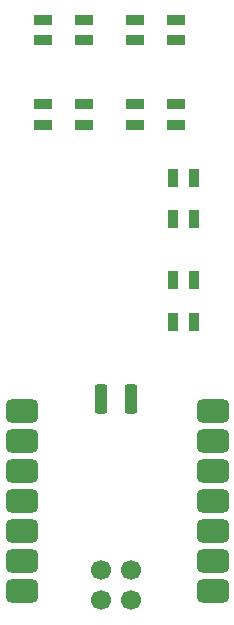
<source format=gbr>
%TF.GenerationSoftware,KiCad,Pcbnew,9.0.4*%
%TF.CreationDate,2026-01-21T00:58:39+05:30*%
%TF.ProjectId,Jayant co2 Hackpad,4a617961-6e74-4206-936f-32204861636b,rev?*%
%TF.SameCoordinates,Original*%
%TF.FileFunction,Paste,Top*%
%TF.FilePolarity,Positive*%
%FSLAX46Y46*%
G04 Gerber Fmt 4.6, Leading zero omitted, Abs format (unit mm)*
G04 Created by KiCad (PCBNEW 9.0.4) date 2026-01-21 00:58:39*
%MOMM*%
%LPD*%
G01*
G04 APERTURE LIST*
G04 Aperture macros list*
%AMRoundRect*
0 Rectangle with rounded corners*
0 $1 Rounding radius*
0 $2 $3 $4 $5 $6 $7 $8 $9 X,Y pos of 4 corners*
0 Add a 4 corners polygon primitive as box body*
4,1,4,$2,$3,$4,$5,$6,$7,$8,$9,$2,$3,0*
0 Add four circle primitives for the rounded corners*
1,1,$1+$1,$2,$3*
1,1,$1+$1,$4,$5*
1,1,$1+$1,$6,$7*
1,1,$1+$1,$8,$9*
0 Add four rect primitives between the rounded corners*
20,1,$1+$1,$2,$3,$4,$5,0*
20,1,$1+$1,$4,$5,$6,$7,0*
20,1,$1+$1,$6,$7,$8,$9,0*
20,1,$1+$1,$8,$9,$2,$3,0*%
G04 Aperture macros list end*
%ADD10R,1.600000X0.850000*%
%ADD11R,0.850000X1.600000*%
%ADD12RoundRect,0.500000X0.875000X0.500000X-0.875000X0.500000X-0.875000X-0.500000X0.875000X-0.500000X0*%
%ADD13RoundRect,0.275000X0.275000X-0.975000X0.275000X0.975000X-0.275000X0.975000X-0.275000X-0.975000X0*%
%ADD14C,1.700000*%
G04 APERTURE END LIST*
D10*
%TO.C,D3*%
X131120000Y-84215000D03*
X131120000Y-85965000D03*
X134620000Y-85965000D03*
X134620000Y-84215000D03*
%TD*%
%TO.C,D9*%
X123345000Y-91358750D03*
X123345000Y-93108750D03*
X126845000Y-93108750D03*
X126845000Y-91358750D03*
%TD*%
D11*
%TO.C,D4*%
X134380000Y-109777500D03*
X136130000Y-109777500D03*
X136130000Y-106277500D03*
X134380000Y-106277500D03*
%TD*%
D12*
%TO.C,U1*%
X137722000Y-132592000D03*
X137722000Y-130052000D03*
X137722000Y-127512000D03*
X137722000Y-124972000D03*
X137722000Y-122432000D03*
X137722000Y-119892000D03*
X137722000Y-117352000D03*
X121557000Y-117352000D03*
X121557000Y-119892000D03*
X121557000Y-122432000D03*
X121557000Y-124972000D03*
X121557000Y-127512000D03*
X121557000Y-130052000D03*
X121557000Y-132592000D03*
D13*
X130810000Y-116332000D03*
X128270000Y-116332000D03*
D14*
X130810000Y-133350000D03*
X128270000Y-133350000D03*
X130810000Y-130810000D03*
X128270000Y-130810000D03*
%TD*%
D10*
%TO.C,D8*%
X123345000Y-84215000D03*
X123345000Y-85965000D03*
X126845000Y-85965000D03*
X126845000Y-84215000D03*
%TD*%
%TO.C,D5*%
X131120000Y-91358750D03*
X131120000Y-93108750D03*
X134620000Y-93108750D03*
X134620000Y-91358750D03*
%TD*%
D11*
%TO.C,D2*%
X134380000Y-101127500D03*
X136130000Y-101127500D03*
X136130000Y-97627500D03*
X134380000Y-97627500D03*
%TD*%
M02*

</source>
